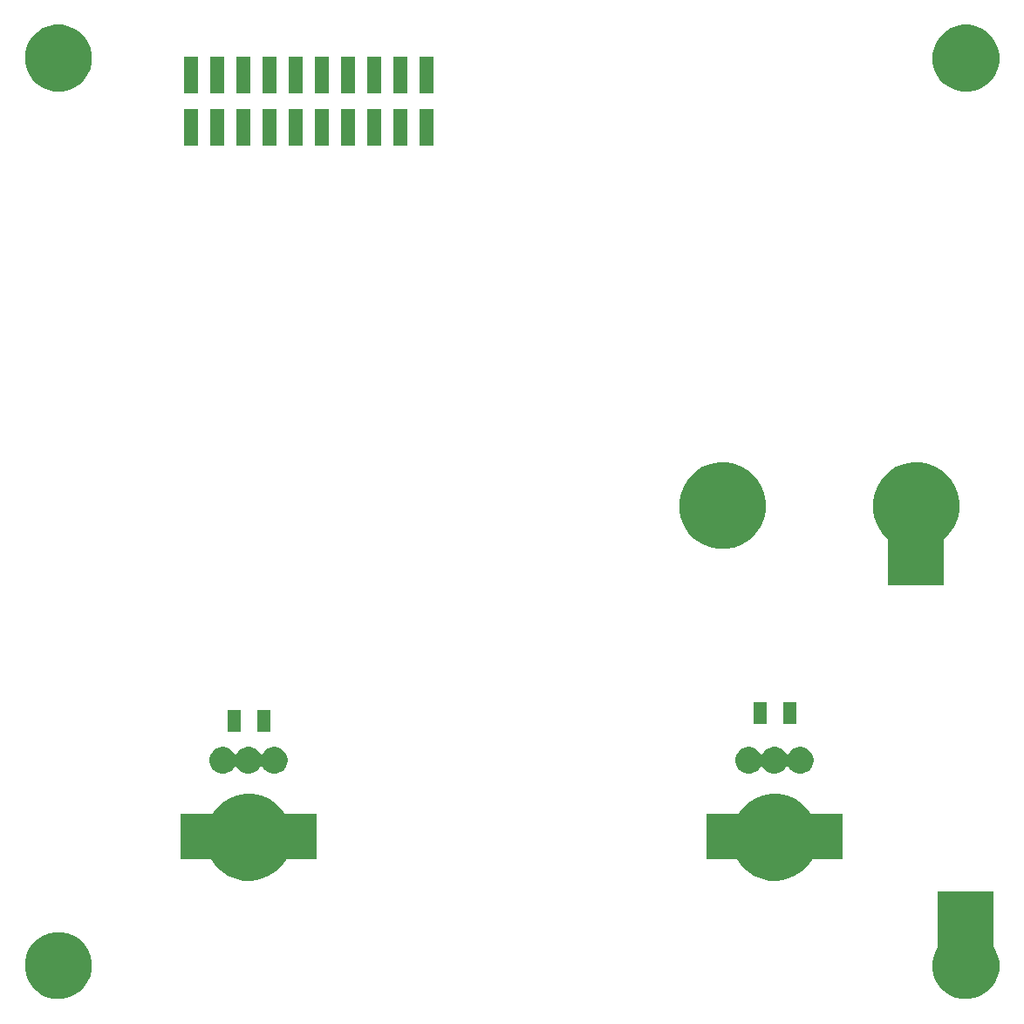
<source format=gbs>
G04 #@! TF.FileFunction,Soldermask,Bot*
%FSLAX46Y46*%
G04 Gerber Fmt 4.6, Leading zero omitted, Abs format (unit mm)*
G04 Created by KiCad (PCBNEW 4.0.7) date 11/11/19 23:51:16*
%MOMM*%
%LPD*%
G01*
G04 APERTURE LIST*
%ADD10C,0.100000*%
G04 APERTURE END LIST*
D10*
G36*
X163586952Y-120223557D02*
X164210908Y-120351637D01*
X164798105Y-120598473D01*
X165326177Y-120954661D01*
X165775002Y-121406631D01*
X166127496Y-121937176D01*
X166370225Y-122526082D01*
X166493774Y-123150048D01*
X166493774Y-123150077D01*
X166493940Y-123150917D01*
X166483781Y-123878452D01*
X166483590Y-123879291D01*
X166483590Y-123879312D01*
X166342666Y-124499594D01*
X166083589Y-125081489D01*
X165716422Y-125601982D01*
X165255146Y-126041248D01*
X164717338Y-126382553D01*
X164123482Y-126612894D01*
X163496191Y-126723502D01*
X162859360Y-126710163D01*
X162237254Y-126573384D01*
X161653563Y-126318375D01*
X161130515Y-125954847D01*
X160688045Y-125496657D01*
X160342991Y-124961238D01*
X160108509Y-124369003D01*
X159993525Y-123742504D01*
X160002419Y-123105593D01*
X160134850Y-122482551D01*
X160385779Y-121897089D01*
X160745643Y-121371520D01*
X161200739Y-120925858D01*
X161733731Y-120577079D01*
X162324316Y-120338467D01*
X162950001Y-120219111D01*
X163586952Y-120223557D01*
X163586952Y-120223557D01*
G37*
G36*
X254033000Y-121625962D02*
X254037949Y-121660786D01*
X254053885Y-121695136D01*
X254214696Y-121937176D01*
X254457425Y-122526082D01*
X254580974Y-123150048D01*
X254580974Y-123150077D01*
X254581140Y-123150917D01*
X254570981Y-123878452D01*
X254570790Y-123879291D01*
X254570790Y-123879312D01*
X254429866Y-124499594D01*
X254170789Y-125081489D01*
X253803622Y-125601982D01*
X253342346Y-126041248D01*
X252804538Y-126382553D01*
X252210682Y-126612894D01*
X251583391Y-126723502D01*
X250946560Y-126710163D01*
X250324454Y-126573384D01*
X249740763Y-126318375D01*
X249217715Y-125954847D01*
X248775245Y-125496657D01*
X248430191Y-124961238D01*
X248195709Y-124369003D01*
X248080725Y-123742504D01*
X248089619Y-123105593D01*
X248222050Y-122482551D01*
X248472979Y-121897089D01*
X248611139Y-121695312D01*
X248626730Y-121663782D01*
X248633000Y-121624691D01*
X248633000Y-116299000D01*
X254033000Y-116299000D01*
X254033000Y-121625962D01*
X254033000Y-121625962D01*
G37*
G36*
X182152744Y-106826191D02*
X182959584Y-106991812D01*
X183718890Y-107310996D01*
X184401740Y-107771584D01*
X184982119Y-108356028D01*
X185213360Y-108704074D01*
X185236753Y-108730341D01*
X185266538Y-108749051D01*
X185317475Y-108759900D01*
X188318500Y-108759900D01*
X188318500Y-113159900D01*
X185409333Y-113159900D01*
X185374509Y-113164849D01*
X185342442Y-113179304D01*
X185307190Y-113212846D01*
X184906365Y-113781051D01*
X184309895Y-114349062D01*
X183614450Y-114790406D01*
X182846532Y-115088261D01*
X182035381Y-115231288D01*
X181211894Y-115214040D01*
X180407447Y-115037170D01*
X179652674Y-114707418D01*
X178976319Y-114237339D01*
X178404159Y-113644851D01*
X178128548Y-113217186D01*
X178105523Y-113190595D01*
X178076002Y-113171471D01*
X178042322Y-113161329D01*
X178023477Y-113159900D01*
X175097000Y-113159900D01*
X175097000Y-108759900D01*
X178105112Y-108759900D01*
X178139936Y-108754951D01*
X178172003Y-108740496D01*
X178208251Y-108705521D01*
X178478641Y-108310626D01*
X179067126Y-107734339D01*
X179756339Y-107283331D01*
X180520027Y-106974781D01*
X181329101Y-106820442D01*
X182152744Y-106826191D01*
X182152744Y-106826191D01*
G37*
G36*
X233206744Y-106826191D02*
X234013584Y-106991812D01*
X234772890Y-107310996D01*
X235455740Y-107771584D01*
X236036119Y-108356028D01*
X236267360Y-108704074D01*
X236290753Y-108730341D01*
X236320538Y-108749051D01*
X236371475Y-108759900D01*
X239372500Y-108759900D01*
X239372500Y-113159900D01*
X236463333Y-113159900D01*
X236428509Y-113164849D01*
X236396442Y-113179304D01*
X236361190Y-113212846D01*
X235960365Y-113781051D01*
X235363895Y-114349062D01*
X234668450Y-114790406D01*
X233900532Y-115088261D01*
X233089381Y-115231288D01*
X232265894Y-115214040D01*
X231461447Y-115037170D01*
X230706674Y-114707418D01*
X230030319Y-114237339D01*
X229458159Y-113644851D01*
X229182548Y-113217186D01*
X229159523Y-113190595D01*
X229130002Y-113171471D01*
X229096322Y-113161329D01*
X229077477Y-113159900D01*
X226151000Y-113159900D01*
X226151000Y-108759900D01*
X229159112Y-108759900D01*
X229193936Y-108754951D01*
X229226003Y-108740496D01*
X229262251Y-108705521D01*
X229532641Y-108310626D01*
X230121126Y-107734339D01*
X230810339Y-107283331D01*
X231574027Y-106974781D01*
X232383101Y-106820442D01*
X233206744Y-106826191D01*
X233206744Y-106826191D01*
G37*
G36*
X184333545Y-102231260D02*
X184583283Y-102282525D01*
X184818305Y-102381319D01*
X185029667Y-102523884D01*
X185209306Y-102704781D01*
X185350391Y-102917132D01*
X185447543Y-103152841D01*
X185496890Y-103402060D01*
X185496890Y-103402088D01*
X185497056Y-103402928D01*
X185492990Y-103694122D01*
X185492799Y-103694961D01*
X185492799Y-103694982D01*
X185436512Y-103942733D01*
X185332817Y-104175634D01*
X185185859Y-104383960D01*
X185001235Y-104559776D01*
X184785978Y-104696382D01*
X184548291Y-104788575D01*
X184297220Y-104832845D01*
X184042327Y-104827506D01*
X183793329Y-104772760D01*
X183559714Y-104670696D01*
X183350364Y-104525194D01*
X183173264Y-104341801D01*
X183053398Y-104155806D01*
X183030373Y-104129214D01*
X183000853Y-104110090D01*
X182967173Y-104099948D01*
X182932000Y-104099590D01*
X182898121Y-104109045D01*
X182868217Y-104127564D01*
X182844656Y-104153681D01*
X182834135Y-104172675D01*
X182832818Y-104175633D01*
X182685859Y-104383960D01*
X182501235Y-104559776D01*
X182285978Y-104696382D01*
X182048291Y-104788575D01*
X181797220Y-104832845D01*
X181542327Y-104827506D01*
X181293329Y-104772760D01*
X181059714Y-104670696D01*
X180850364Y-104525194D01*
X180673264Y-104341801D01*
X180553398Y-104155806D01*
X180530373Y-104129214D01*
X180500853Y-104110090D01*
X180467173Y-104099948D01*
X180432000Y-104099590D01*
X180398121Y-104109045D01*
X180368217Y-104127564D01*
X180344656Y-104153681D01*
X180334135Y-104172675D01*
X180332818Y-104175633D01*
X180185859Y-104383960D01*
X180001235Y-104559776D01*
X179785978Y-104696382D01*
X179548291Y-104788575D01*
X179297220Y-104832845D01*
X179042327Y-104827506D01*
X178793329Y-104772760D01*
X178559714Y-104670696D01*
X178350364Y-104525194D01*
X178173265Y-104341803D01*
X178035159Y-104127503D01*
X177941307Y-103890462D01*
X177895286Y-103639711D01*
X177898846Y-103384785D01*
X177951850Y-103135418D01*
X178052285Y-102901086D01*
X178196319Y-102690730D01*
X178378469Y-102512355D01*
X178591799Y-102372757D01*
X178828179Y-102277252D01*
X179078608Y-102229481D01*
X179333545Y-102231260D01*
X179583283Y-102282525D01*
X179818305Y-102381319D01*
X180029667Y-102523884D01*
X180209306Y-102704781D01*
X180341853Y-102904281D01*
X180365246Y-102930548D01*
X180395031Y-102949258D01*
X180428850Y-102958929D01*
X180464023Y-102958796D01*
X180497768Y-102948869D01*
X180527410Y-102929934D01*
X180549107Y-102905728D01*
X180696319Y-102690730D01*
X180878469Y-102512355D01*
X181091799Y-102372757D01*
X181328179Y-102277252D01*
X181578608Y-102229481D01*
X181833545Y-102231260D01*
X182083283Y-102282525D01*
X182318305Y-102381319D01*
X182529667Y-102523884D01*
X182709306Y-102704781D01*
X182841853Y-102904281D01*
X182865246Y-102930548D01*
X182895031Y-102949258D01*
X182928850Y-102958929D01*
X182964023Y-102958796D01*
X182997768Y-102948869D01*
X183027410Y-102929934D01*
X183049107Y-102905728D01*
X183196319Y-102690730D01*
X183378469Y-102512355D01*
X183591799Y-102372757D01*
X183828179Y-102277252D01*
X184078608Y-102229481D01*
X184333545Y-102231260D01*
X184333545Y-102231260D01*
G37*
G36*
X235387545Y-102231260D02*
X235637283Y-102282525D01*
X235872305Y-102381319D01*
X236083667Y-102523884D01*
X236263306Y-102704781D01*
X236404391Y-102917132D01*
X236501543Y-103152841D01*
X236550890Y-103402060D01*
X236550890Y-103402088D01*
X236551056Y-103402928D01*
X236546990Y-103694122D01*
X236546799Y-103694961D01*
X236546799Y-103694982D01*
X236490512Y-103942733D01*
X236386817Y-104175634D01*
X236239859Y-104383960D01*
X236055235Y-104559776D01*
X235839978Y-104696382D01*
X235602291Y-104788575D01*
X235351220Y-104832845D01*
X235096327Y-104827506D01*
X234847329Y-104772760D01*
X234613714Y-104670696D01*
X234404364Y-104525194D01*
X234227264Y-104341801D01*
X234107398Y-104155806D01*
X234084373Y-104129214D01*
X234054853Y-104110090D01*
X234021173Y-104099948D01*
X233986000Y-104099590D01*
X233952121Y-104109045D01*
X233922217Y-104127564D01*
X233898656Y-104153681D01*
X233888135Y-104172675D01*
X233886818Y-104175633D01*
X233739859Y-104383960D01*
X233555235Y-104559776D01*
X233339978Y-104696382D01*
X233102291Y-104788575D01*
X232851220Y-104832845D01*
X232596327Y-104827506D01*
X232347329Y-104772760D01*
X232113714Y-104670696D01*
X231904364Y-104525194D01*
X231727264Y-104341801D01*
X231607398Y-104155806D01*
X231584373Y-104129214D01*
X231554853Y-104110090D01*
X231521173Y-104099948D01*
X231486000Y-104099590D01*
X231452121Y-104109045D01*
X231422217Y-104127564D01*
X231398656Y-104153681D01*
X231388135Y-104172675D01*
X231386818Y-104175633D01*
X231239859Y-104383960D01*
X231055235Y-104559776D01*
X230839978Y-104696382D01*
X230602291Y-104788575D01*
X230351220Y-104832845D01*
X230096327Y-104827506D01*
X229847329Y-104772760D01*
X229613714Y-104670696D01*
X229404364Y-104525194D01*
X229227265Y-104341803D01*
X229089159Y-104127503D01*
X228995307Y-103890462D01*
X228949286Y-103639711D01*
X228952846Y-103384785D01*
X229005850Y-103135418D01*
X229106285Y-102901086D01*
X229250319Y-102690730D01*
X229432469Y-102512355D01*
X229645799Y-102372757D01*
X229882179Y-102277252D01*
X230132608Y-102229481D01*
X230387545Y-102231260D01*
X230637283Y-102282525D01*
X230872305Y-102381319D01*
X231083667Y-102523884D01*
X231263306Y-102704781D01*
X231395853Y-102904281D01*
X231419246Y-102930548D01*
X231449031Y-102949258D01*
X231482850Y-102958929D01*
X231518023Y-102958796D01*
X231551768Y-102948869D01*
X231581410Y-102929934D01*
X231603107Y-102905728D01*
X231750319Y-102690730D01*
X231932469Y-102512355D01*
X232145799Y-102372757D01*
X232382179Y-102277252D01*
X232632608Y-102229481D01*
X232887545Y-102231260D01*
X233137283Y-102282525D01*
X233372305Y-102381319D01*
X233583667Y-102523884D01*
X233763306Y-102704781D01*
X233895853Y-102904281D01*
X233919246Y-102930548D01*
X233949031Y-102949258D01*
X233982850Y-102958929D01*
X234018023Y-102958796D01*
X234051768Y-102948869D01*
X234081410Y-102929934D01*
X234103107Y-102905728D01*
X234250319Y-102690730D01*
X234432469Y-102512355D01*
X234645799Y-102372757D01*
X234882179Y-102277252D01*
X235132608Y-102229481D01*
X235387545Y-102231260D01*
X235387545Y-102231260D01*
G37*
G36*
X183837000Y-100745000D02*
X182537000Y-100745000D01*
X182537000Y-98645000D01*
X183837000Y-98645000D01*
X183837000Y-100745000D01*
X183837000Y-100745000D01*
G37*
G36*
X180937000Y-100745000D02*
X179637000Y-100745000D01*
X179637000Y-98645000D01*
X180937000Y-98645000D01*
X180937000Y-100745000D01*
X180937000Y-100745000D01*
G37*
G36*
X231991000Y-99983000D02*
X230691000Y-99983000D01*
X230691000Y-97883000D01*
X231991000Y-97883000D01*
X231991000Y-99983000D01*
X231991000Y-99983000D01*
G37*
G36*
X234891000Y-99983000D02*
X233591000Y-99983000D01*
X233591000Y-97883000D01*
X234891000Y-97883000D01*
X234891000Y-99983000D01*
X234891000Y-99983000D01*
G37*
G36*
X246948144Y-74618991D02*
X247754984Y-74784612D01*
X248514290Y-75103796D01*
X249197140Y-75564384D01*
X249777519Y-76148828D01*
X250233329Y-76834877D01*
X250547203Y-77596393D01*
X250707015Y-78403500D01*
X250707015Y-78403533D01*
X250707180Y-78404369D01*
X250694044Y-79345147D01*
X250693853Y-79345986D01*
X250693853Y-79346006D01*
X250511567Y-80148346D01*
X250176553Y-80900796D01*
X249701765Y-81573851D01*
X249245798Y-82008063D01*
X249223992Y-82035662D01*
X249210738Y-82068243D01*
X249207000Y-82098584D01*
X249207000Y-86596200D01*
X243807000Y-86596200D01*
X243807000Y-82117176D01*
X243802051Y-82082352D01*
X243787596Y-82050285D01*
X243771917Y-82030344D01*
X243199557Y-81437649D01*
X242753372Y-80745304D01*
X242450160Y-79979478D01*
X242301474Y-79169351D01*
X242312974Y-78345761D01*
X242484222Y-77540103D01*
X242808699Y-76783041D01*
X243274041Y-76103426D01*
X243862526Y-75527139D01*
X244551739Y-75076131D01*
X245315427Y-74767581D01*
X246124501Y-74613242D01*
X246948144Y-74618991D01*
X246948144Y-74618991D01*
G37*
G36*
X228152144Y-74618991D02*
X228958984Y-74784612D01*
X229718290Y-75103796D01*
X230401140Y-75564384D01*
X230981519Y-76148828D01*
X231437329Y-76834877D01*
X231751203Y-77596393D01*
X231911015Y-78403500D01*
X231911015Y-78403533D01*
X231911180Y-78404369D01*
X231898044Y-79345147D01*
X231897853Y-79345986D01*
X231897853Y-79346006D01*
X231715567Y-80148346D01*
X231380553Y-80900796D01*
X230905765Y-81573851D01*
X230309295Y-82141862D01*
X229613850Y-82583206D01*
X228845932Y-82881061D01*
X228034781Y-83024088D01*
X227211294Y-83006840D01*
X226406847Y-82829970D01*
X225652074Y-82500218D01*
X224975719Y-82030139D01*
X224403557Y-81437649D01*
X223957372Y-80745304D01*
X223654160Y-79979478D01*
X223505474Y-79169351D01*
X223516974Y-78345761D01*
X223688222Y-77540103D01*
X224012699Y-76783041D01*
X224478041Y-76103426D01*
X225066526Y-75527139D01*
X225755739Y-75076131D01*
X226519427Y-74767581D01*
X227328501Y-74613242D01*
X228152144Y-74618991D01*
X228152144Y-74618991D01*
G37*
G36*
X176823600Y-43847800D02*
X175423600Y-43847800D01*
X175423600Y-40297800D01*
X176823600Y-40297800D01*
X176823600Y-43847800D01*
X176823600Y-43847800D01*
G37*
G36*
X199683600Y-43847800D02*
X198283600Y-43847800D01*
X198283600Y-40297800D01*
X199683600Y-40297800D01*
X199683600Y-43847800D01*
X199683600Y-43847800D01*
G37*
G36*
X197143600Y-43847800D02*
X195743600Y-43847800D01*
X195743600Y-40297800D01*
X197143600Y-40297800D01*
X197143600Y-43847800D01*
X197143600Y-43847800D01*
G37*
G36*
X194603600Y-43847800D02*
X193203600Y-43847800D01*
X193203600Y-40297800D01*
X194603600Y-40297800D01*
X194603600Y-43847800D01*
X194603600Y-43847800D01*
G37*
G36*
X192063600Y-43847800D02*
X190663600Y-43847800D01*
X190663600Y-40297800D01*
X192063600Y-40297800D01*
X192063600Y-43847800D01*
X192063600Y-43847800D01*
G37*
G36*
X179363600Y-43847800D02*
X177963600Y-43847800D01*
X177963600Y-40297800D01*
X179363600Y-40297800D01*
X179363600Y-43847800D01*
X179363600Y-43847800D01*
G37*
G36*
X184443600Y-43847800D02*
X183043600Y-43847800D01*
X183043600Y-40297800D01*
X184443600Y-40297800D01*
X184443600Y-43847800D01*
X184443600Y-43847800D01*
G37*
G36*
X181903600Y-43847800D02*
X180503600Y-43847800D01*
X180503600Y-40297800D01*
X181903600Y-40297800D01*
X181903600Y-43847800D01*
X181903600Y-43847800D01*
G37*
G36*
X186983600Y-43847800D02*
X185583600Y-43847800D01*
X185583600Y-40297800D01*
X186983600Y-40297800D01*
X186983600Y-43847800D01*
X186983600Y-43847800D01*
G37*
G36*
X189523600Y-43847800D02*
X188123600Y-43847800D01*
X188123600Y-40297800D01*
X189523600Y-40297800D01*
X189523600Y-43847800D01*
X189523600Y-43847800D01*
G37*
G36*
X181903600Y-38797800D02*
X180503600Y-38797800D01*
X180503600Y-35247800D01*
X181903600Y-35247800D01*
X181903600Y-38797800D01*
X181903600Y-38797800D01*
G37*
G36*
X176823600Y-38797800D02*
X175423600Y-38797800D01*
X175423600Y-35247800D01*
X176823600Y-35247800D01*
X176823600Y-38797800D01*
X176823600Y-38797800D01*
G37*
G36*
X189523600Y-38797800D02*
X188123600Y-38797800D01*
X188123600Y-35247800D01*
X189523600Y-35247800D01*
X189523600Y-38797800D01*
X189523600Y-38797800D01*
G37*
G36*
X186983600Y-38797800D02*
X185583600Y-38797800D01*
X185583600Y-35247800D01*
X186983600Y-35247800D01*
X186983600Y-38797800D01*
X186983600Y-38797800D01*
G37*
G36*
X192063600Y-38797800D02*
X190663600Y-38797800D01*
X190663600Y-35247800D01*
X192063600Y-35247800D01*
X192063600Y-38797800D01*
X192063600Y-38797800D01*
G37*
G36*
X184443600Y-38797800D02*
X183043600Y-38797800D01*
X183043600Y-35247800D01*
X184443600Y-35247800D01*
X184443600Y-38797800D01*
X184443600Y-38797800D01*
G37*
G36*
X194603600Y-38797800D02*
X193203600Y-38797800D01*
X193203600Y-35247800D01*
X194603600Y-35247800D01*
X194603600Y-38797800D01*
X194603600Y-38797800D01*
G37*
G36*
X179363600Y-38797800D02*
X177963600Y-38797800D01*
X177963600Y-35247800D01*
X179363600Y-35247800D01*
X179363600Y-38797800D01*
X179363600Y-38797800D01*
G37*
G36*
X199683600Y-38797800D02*
X198283600Y-38797800D01*
X198283600Y-35247800D01*
X199683600Y-35247800D01*
X199683600Y-38797800D01*
X199683600Y-38797800D01*
G37*
G36*
X197143600Y-38797800D02*
X195743600Y-38797800D01*
X195743600Y-35247800D01*
X197143600Y-35247800D01*
X197143600Y-38797800D01*
X197143600Y-38797800D01*
G37*
G36*
X251674152Y-32136357D02*
X252298108Y-32264437D01*
X252885305Y-32511273D01*
X253413377Y-32867461D01*
X253862202Y-33319431D01*
X254214696Y-33849976D01*
X254457425Y-34438882D01*
X254580974Y-35062848D01*
X254580974Y-35062877D01*
X254581140Y-35063717D01*
X254570981Y-35791252D01*
X254570790Y-35792091D01*
X254570790Y-35792112D01*
X254429866Y-36412394D01*
X254170789Y-36994289D01*
X253803622Y-37514782D01*
X253342346Y-37954048D01*
X252804538Y-38295353D01*
X252210682Y-38525694D01*
X251583391Y-38636302D01*
X250946560Y-38622963D01*
X250324454Y-38486184D01*
X249740763Y-38231175D01*
X249217715Y-37867647D01*
X248775245Y-37409457D01*
X248430191Y-36874038D01*
X248195709Y-36281803D01*
X248080725Y-35655304D01*
X248089619Y-35018393D01*
X248222050Y-34395351D01*
X248472979Y-33809889D01*
X248832843Y-33284320D01*
X249287939Y-32838658D01*
X249820931Y-32489879D01*
X250411516Y-32251267D01*
X251037201Y-32131911D01*
X251674152Y-32136357D01*
X251674152Y-32136357D01*
G37*
G36*
X163586952Y-32136357D02*
X164210908Y-32264437D01*
X164798105Y-32511273D01*
X165326177Y-32867461D01*
X165775002Y-33319431D01*
X166127496Y-33849976D01*
X166370225Y-34438882D01*
X166493774Y-35062848D01*
X166493774Y-35062877D01*
X166493940Y-35063717D01*
X166483781Y-35791252D01*
X166483590Y-35792091D01*
X166483590Y-35792112D01*
X166342666Y-36412394D01*
X166083589Y-36994289D01*
X165716422Y-37514782D01*
X165255146Y-37954048D01*
X164717338Y-38295353D01*
X164123482Y-38525694D01*
X163496191Y-38636302D01*
X162859360Y-38622963D01*
X162237254Y-38486184D01*
X161653563Y-38231175D01*
X161130515Y-37867647D01*
X160688045Y-37409457D01*
X160342991Y-36874038D01*
X160108509Y-36281803D01*
X159993525Y-35655304D01*
X160002419Y-35018393D01*
X160134850Y-34395351D01*
X160385779Y-33809889D01*
X160745643Y-33284320D01*
X161200739Y-32838658D01*
X161733731Y-32489879D01*
X162324316Y-32251267D01*
X162950001Y-32131911D01*
X163586952Y-32136357D01*
X163586952Y-32136357D01*
G37*
M02*

</source>
